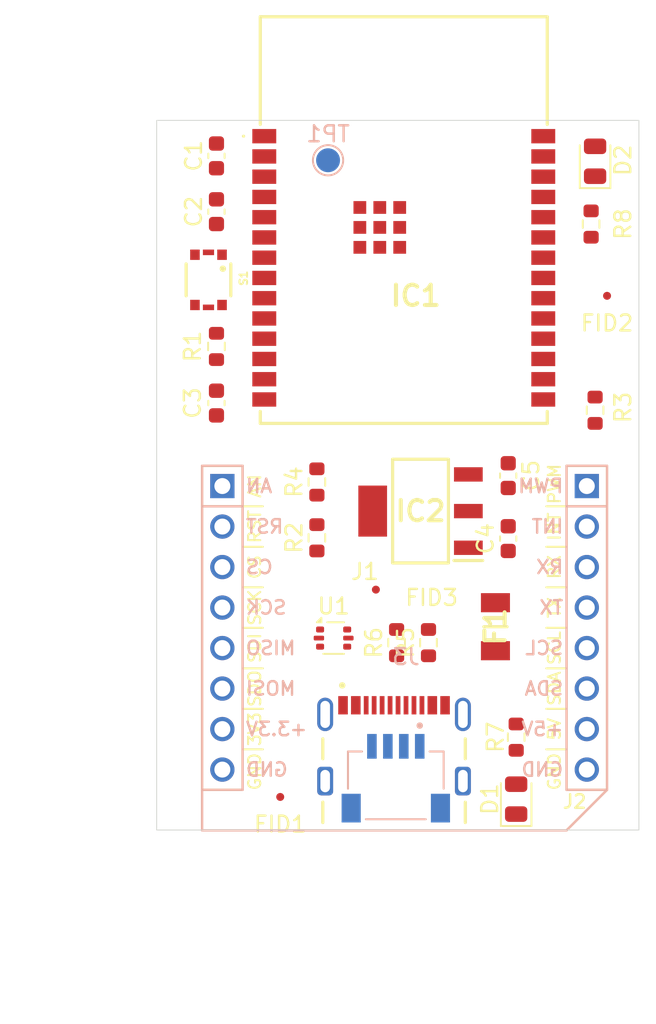
<source format=kicad_pcb>
(kicad_pcb (version 20240108) (generator "pcbnew") (generator_version "8.0")
  (title_block (title "ESP32C6MikroBus") (date "8/12/2024") (rev "v1.0") (company "(C) Tecnova BV"))
  (layers (0 "F.Cu" signal) (1 "In1.Cu" power) (2 "In2.Cu" mixed) (31 "B.Cu" signal) (34 "B.Paste" user) (35 "F.Paste" user) (36 "B.SilkS" user "B.Silkscreen") (37 "F.SilkS" user "F.Silkscreen") (38 "B.Mask" user) (39 "F.Mask" user) (44 "Edge.Cuts" user))
  (net 0 "")
  (net 1 "Net-(D1-A)")
  (net 2 "GND")
  (net 3 "Net-(D2-A)")
  (net 4 "/TXD")
  (net 5 "+5V")
  (net 6 "+VBUS")
  (net 7 "/BOOT_MODE")
  (net 8 "/JTAG_BOOT")
  (net 9 "/USB_D_PLUS")
  (net 10 "/USB_D_MIN")
  (net 11 "+3.3V")
  (net 12 "/nRESET")
  (net 13 "/RXD")
  (net 14 "/I2C_SDA")
  (net 15 "/I2C_SCL")
  (net 16 "+3V3")
  (net 17 "/MB_AN")
  (net 18 "/USB_D-")
  (net 19 "/USB_D+")
  (net 20 "Net-(J1-CC1)")
  (net 22 "Net-(J1-CC2)")
  (net 24 "/MB_RST")
  (net 25 "/MB_PWM")
  (net 26 "/MB_INT")
  (net 27 "/MB_MOSI")
  (net 28 "/MB_SCK")
  (net 29 "/MB_MISO")
  (net 30 "/MB_CS")
  (net 31 "/USR_LED")
  (net 32 "Net-(S1-Pad4)")
  (net 33 "Net-(IC2-IN)")
  (net 49 "Net-(J2-+5V)")
  (net 50 "Net-(R7-Pad1)")
  (net 51 "Net-(U1-VBUS)")
  (footprint "Capacitor_SMD:C_0603_1608Metric" (layer "F.Cu") (at 32.5 55.225 -90)
    (property "Reference" "C3" (at 0 1.5 90) (layer "F.SilkS"))
    (property "Value" "100n")
    (fp_line (start -0.14058 0.51) (end 0.14058 0.51) (stroke (width 0.12)) (layer "F.SilkS"))
    (fp_line (start -0.14058 -0.51) (end 0.14058 -0.51) (stroke (width 0.12)) (layer "F.SilkS"))
    (pad "1" smd roundrect (at -0.775 0 270) (size 0.9 0.95) (layers "F.Cu" "F.Paste" "F.Mask") (net 12 "/nRESET"))
    (pad "2" smd roundrect (at 0.775 0 270) (size 0.9 0.95) (layers "F.Cu" "F.Paste" "F.Mask") (net 2 "GND"))
  )
  (footprint "Capacitor_SMD:C_0603_1608Metric" (layer "F.Cu") (at 50.8 63.725 90)
    (property "Reference" "C4" (at 0 -1.43 90) (layer "F.SilkS"))
    (property "Value" "10uF")
    (fp_line (start -0.14058 -0.51) (end 0.14058 -0.51) (stroke (width 0.12)) (layer "F.SilkS"))
    (fp_line (start -0.14058 0.51) (end 0.14058 0.51) (stroke (width 0.12)) (layer "F.SilkS"))
    (pad "1" smd roundrect (at -0.775 0 90) (size 0.9 0.95) (layers "F.Cu" "F.Paste" "F.Mask") (net 11 "+3.3V"))
    (pad "2" smd roundrect (at 0.775 0 90) (size 0.9 0.95) (layers "F.Cu" "F.Paste" "F.Mask") (net 2 "GND"))
  )
  (footprint "Fiducial:Fiducial_0.5mm_Mask1.5mm" (layer "F.Cu") (at 57 48.5 180)
    (property "Reference" "FID2" (at 0 -1.7145 360) (layer "F.SilkS"))
    (property "Value" "Fiducial")
    (pad "" smd circle (at 0 0 180) (size 0.5 0.5) (layers "F.Cu" "F.Mask") (clearance 0.5))
  )
  (footprint "Resistor_SMD:R_0603_1608Metric" (layer "F.Cu") (at 51.3 76.175 -90)
    (property "Reference" "R7" (at 0 1.3 90) (layer "F.SilkS"))
    (property "Value" "68R")
    (fp_line (start -0.237258 0.5225) (end 0.237258 0.5225) (stroke (width 0.12)) (layer "F.SilkS"))
    (fp_line (start -0.237258 -0.5225) (end 0.237258 -0.5225) (stroke (width 0.12)) (layer "F.SilkS"))
    (pad "1" smd roundrect (at -0.825 0 270) (size 0.8 0.95) (layers "F.Cu" "F.Paste" "F.Mask") (net 50 "Net-(R7-Pad1)"))
    (pad "2" smd roundrect (at 0.825 0 270) (size 0.8 0.95) (layers "F.Cu" "F.Paste" "F.Mask") (net 1 "Net-(D1-A)"))
  )
  (footprint "Resistor_SMD:R_0603_1608Metric" (layer "F.Cu") (at 32.5 51.675 90)
    (property "Reference" "R1" (at 0 -1.5 90) (layer "F.SilkS"))
    (property "Value" "100K")
    (fp_line (start -0.237258 -0.5225) (end 0.237258 -0.5225) (stroke (width 0.12)) (layer "F.SilkS"))
    (fp_line (start -0.237258 0.5225) (end 0.237258 0.5225) (stroke (width 0.12)) (layer "F.SilkS"))
    (pad "1" smd roundrect (at -0.825 0 90) (size 0.8 0.95) (layers "F.Cu" "F.Paste" "F.Mask") (net 11 "+3.3V"))
    (pad "2" smd roundrect (at 0.825 0 90) (size 0.8 0.95) (layers "F.Cu" "F.Paste" "F.Mask") (net 12 "/nRESET"))
  )
  (footprint "Fiducial:Fiducial_0.5mm_Mask1.5mm" (layer "F.Cu") (at 36.5 79.925 180)
    (property "Reference" "FID1" (at 0 -1.7145 360) (layer "F.SilkS"))
    (property "Value" "Fiducial")
    (pad "" smd circle (at 0 0 180) (size 0.5 0.5) (layers "F.Cu" "F.Mask") (clearance 0.5))
  )
  (footprint "Resistor_SMD:R_0603_1608Metric" (layer "F.Cu") (at 56 44 90)
    (property "Reference" "R8" (at 0 2 90) (layer "F.SilkS"))
    (property "Value" "68r")
    (fp_line (start -0.237258 -0.5225) (end 0.237258 -0.5225) (stroke (width 0.12)) (layer "F.SilkS"))
    (fp_line (start -0.237258 0.5225) (end 0.237258 0.5225) (stroke (width 0.12)) (layer "F.SilkS"))
    (pad "1" smd roundrect (at -0.825 0 90) (size 0.8 0.95) (layers "F.Cu" "F.Paste" "F.Mask") (net 31 "/USR_LED"))
    (pad "2" smd roundrect (at 0.825 0 90) (size 0.8 0.95) (layers "F.Cu" "F.Paste" "F.Mask") (net 3 "Net-(D2-A)"))
  )
  (footprint "Capacitor_SMD:C_0603_1608Metric" (layer "F.Cu") (at 32.5 39.725 90)
    (property "Reference" "C1" (at 0 -1.43 90) (layer "F.SilkS"))
    (property "Value" "22uF")
    (fp_line (start -0.14058 -0.51) (end 0.14058 -0.51) (stroke (width 0.12)) (layer "F.SilkS"))
    (fp_line (start -0.14058 0.51) (end 0.14058 0.51) (stroke (width 0.12)) (layer "F.SilkS"))
    (pad "1" smd roundrect (at -0.775 0 90) (size 0.9 0.95) (layers "F.Cu" "F.Paste" "F.Mask") (net 11 "+3.3V"))
    (pad "2" smd roundrect (at 0.775 0 90) (size 0.9 0.95) (layers "F.Cu" "F.Paste" "F.Mask") (net 2 "GND"))
  )
  (footprint "Capacitor_SMD:C_0603_1608Metric" (layer "F.Cu") (at 32.5 43.225 90)
    (property "Reference" "C2" (at 0 -1.43 90) (layer "F.SilkS"))
    (property "Value" "100nF")
    (fp_line (start -0.14058 -0.51) (end 0.14058 -0.51) (stroke (width 0.12)) (layer "F.SilkS"))
    (fp_line (start -0.14058 0.51) (end 0.14058 0.51) (stroke (width 0.12)) (layer "F.SilkS"))
    (pad "1" smd roundrect (at -0.775 0 90) (size 0.9 0.95) (layers "F.Cu" "F.Paste" "F.Mask") (net 11 "+3.3V"))
    (pad "2" smd roundrect (at 0.775 0 90) (size 0.9 0.95) (layers "F.Cu" "F.Paste" "F.Mask") (net 2 "GND"))
  )
  (footprint "ESP32C6WROOM:ESP32C6WROOM1N4" (layer "F.Cu") (at 44.25 43.75)
    (property "Reference" "IC1" (at 0.75 4.75 0) (layer "F.SilkS") (effects (font (size 1.27 1.27) (thickness 0.254))))
    (property "Value" "ESP32-C6-WROOM-1-N4" (hide yes))
    (fp_line (start -10.1 -5.26) (end -10.1 -5.26) (stroke (width 0.1)) (layer "F.SilkS"))
    (fp_line (start -10 -5.26) (end -10 -5.26) (stroke (width 0.1)) (layer "F.SilkS"))
    (fp_line (start -9 -12.75) (end 9 -12.75) (stroke (width 0.2)) (layer "F.SilkS"))
    (fp_line (start -9 -6) (end -9 -12.75) (stroke (width 0.2)) (layer "F.SilkS"))
    (fp_line (start -9 12) (end -9 12.75) (stroke (width 0.2)) (layer "F.SilkS"))
    (fp_line (start -9 12.75) (end 9 12.75) (stroke (width 0.2)) (layer "F.SilkS"))
    (fp_line (start 9 -12.75) (end 9 -6) (stroke (width 0.2)) (layer "F.SilkS"))
    (fp_line (start 9 12.75) (end 9 12) (stroke (width 0.2)) (layer "F.SilkS"))
    (fp_arc (start -10.1 -5.26) (mid -10.05 -5.31) (end -10 -5.26) (stroke (width 0.1)) (layer "F.SilkS"))
    (fp_arc (start -10 -5.26) (mid -10.05 -5.21) (end -10.1 -5.26) (stroke (width 0.1)) (layer "F.SilkS"))
    (pad "1" smd rect (at -8.75 -5.26 90) (size 0.9 1.5) (layers "F.Cu" "F.Paste" "F.Mask") (net 2 "GND"))
    (pad "2" smd rect (at -8.75 -3.99 90) (size 0.9 1.5) (layers "F.Cu" "F.Paste" "F.Mask") (net 11 "+3.3V"))
    (pad "3" smd rect (at -8.75 -2.72 90) (size 0.9 1.5) (layers "F.Cu" "F.Paste" "F.Mask") (net 12 "/nRESET"))
    (pad "4" smd rect (at -8.75 -1.45 90) (size 0.9 1.5) (layers "F.Cu" "F.Paste" "F.Mask"))
    (pad "5" smd rect (at -8.75 -0.18 90) (size 0.9 1.5) (layers "F.Cu" "F.Paste" "F.Mask"))
    (pad "6" smd rect (at -8.75 1.09 90) (size 0.9 1.5) (layers "F.Cu" "F.Paste" "F.Mask") (net 14 "/I2C_SDA"))
    (pad "7" smd rect (at -8.75 2.36 90) (size 0.9 1.5) (layers "F.Cu" "F.Paste" "F.Mask") (net 15 "/I2C_SCL"))
    (pad "8" smd rect (at -8.75 3.63 90) (size 0.9 1.5) (layers "F.Cu" "F.Paste" "F.Mask") (net 17 "/MB_AN"))
    (pad "9" smd rect (at -8.75 4.9 90) (size 0.9 1.5) (layers "F.Cu" "F.Paste" "F.Mask"))
    (pad "10" smd rect (at -8.75 6.17 90) (size 0.9 1.5) (layers "F.Cu" "F.Paste" "F.Mask"))
    (pad "11" smd rect (at -8.75 7.44 90) (size 0.9 1.5) (layers "F.Cu" "F.Paste" "F.Mask"))
    (pad "12" smd rect (at -8.75 8.71 90) (size 0.9 1.5) (layers "F.Cu" "F.Paste" "F.Mask"))
    (pad "13" smd rect (at -8.75 9.98 90) (size 0.9 1.5) (layers "F.Cu" "F.Paste" "F.Mask") (net 10 "/USB_D_MIN"))
    (pad "14" smd rect (at -8.75 11.25 90) (size 0.9 1.5) (layers "F.Cu" "F.Paste" "F.Mask") (net 9 "/USB_D_PLUS"))
    (pad "15" smd rect (at 8.75 11.25 90) (size 0.9 1.5) (layers "F.Cu" "F.Paste" "F.Mask") (net 7 "/BOOT_MODE"))
    (pad "16" smd rect (at 8.75 9.98 90) (size 0.9 1.5) (layers "F.Cu" "F.Paste" "F.Mask"))
    (pad "17" smd rect (at 8.75 8.71 90) (size 0.9 1.5) (layers "F.Cu" "F.Paste" "F.Mask"))
    (pad "18" smd rect (at 8.75 7.44 90) (size 0.9 1.5) (layers "F.Cu" "F.Paste" "F.Mask"))
    (pad "19" smd rect (at 8.75 6.17 90) (size 0.9 1.5) (layers "F.Cu" "F.Paste" "F.Mask"))
    (pad "20" smd rect (at 8.75 4.9 90) (size 0.9 1.5) (layers "F.Cu" "F.Paste" "F.Mask"))
    (pad "21" smd rect (at 8.75 3.63 90) (size 0.9 1.5) (layers "F.Cu" "F.Paste" "F.Mask"))
    (pad "22" smd rect (at 8.75 2.36 90) (size 0.9 1.5) (layers "F.Cu" "F.Paste" "F.Mask"))
    (pad "23" smd rect (at 8.75 1.09 90) (size 0.9 1.5) (layers "F.Cu" "F.Paste" "F.Mask") (net 8 "/JTAG_BOOT"))
    (pad "24" smd rect (at 8.75 -0.18 90) (size 0.9 1.5) (layers "F.Cu" "F.Paste" "F.Mask") (net 13 "/RXD"))
    (pad "25" smd rect (at 8.75 -1.45 90) (size 0.9 1.5) (layers "F.Cu" "F.Paste" "F.Mask") (net 4 "/TXD"))
    (pad "26" smd rect (at 8.75 -2.72 90) (size 0.9 1.5) (layers "F.Cu" "F.Paste" "F.Mask"))
    (pad "27" smd rect (at 8.75 -3.99 90) (size 0.9 1.5) (layers "F.Cu" "F.Paste" "F.Mask"))
    (pad "28" smd rect (at 8.75 -5.26 90) (size 0.9 1.5) (layers "F.Cu" "F.Paste" "F.Mask") (net 2 "GND"))
    (pad "29" smd rect (at -1.505 0.46 90) (size 0.8 0.8) (layers "F.Cu" "F.Paste" "F.Mask") (net 2 "GND"))
    (pad "30" smd rect (at -1.505 -0.79 90) (size 0.8 0.8) (layers "F.Cu" "F.Paste" "F.Mask") (net 2 "GND"))
    (pad "31" smd rect (at -2.755 -0.79 90) (size 0.8 0.8) (layers "F.Cu" "F.Paste" "F.Mask") (net 2 "GND"))
    (pad "32" smd rect (at -2.755 0.46 90) (size 0.8 0.8) (layers "F.Cu" "F.Paste" "F.Mask") (net 2 "GND"))
    (pad "33" smd rect (at -2.755 1.71 90) (size 0.8 0.8) (layers "F.Cu" "F.Paste" "F.Mask") (net 2 "GND"))
    (pad "34" smd rect (at -1.505 1.71 90) (size 0.8 0.8) (layers "F.Cu" "F.Paste" "F.Mask") (net 2 "GND"))
    (pad "35" smd rect (at -0.255 1.71 90) (size 0.8 0.8) (layers "F.Cu" "F.Paste" "F.Mask") (net 2 "GND"))
    (pad "36" smd rect (at -0.255 0.46 90) (size 0.8 0.8) (layers "F.Cu" "F.Paste" "F.Mask") (net 2 "GND"))
    (pad "37" smd rect (at -0.255 -0.79 90) (size 0.8 0.8) (layers "F.Cu" "F.Paste" "F.Mask") (net 2 "GND"))
  )
  (footprint "Fiducial:Fiducial_0.5mm_Mask1.5mm" (layer "F.Cu") (at 42.5 66.925 180)
    (property "Reference" "FID3" (at -3.5 -0.5 360) (layer "F.SilkS"))
    (property "Value" "Fiducial")
    (pad "" smd circle (at 0 0 180) (size 0.5 0.5) (layers "F.Cu" "F.Mask") (clearance 0.5))
  )
  (footprint "tecnova:CON_HDR_MIKROBUS_SOCKET_TH" (layer "F.Cu") (at 44.3 69.32)
    (property "Reference" "J2" (at 10.668 10.8966 180) (layer "F.SilkS") (effects (font (size 0.85 0.85))))
    (property "Value" "CON_HDR_MIKROBUS_SOCKET_TH")
    (fp_line (start -12.7 -10.16) (end -12.7 10.16) (stroke (width 0.15)) (layer "B.SilkS"))
    (fp_line (start -12.7 12.7) (end -12.7 10.16) (stroke (width 0.15)) (layer "B.SilkS"))
    (fp_line (start -10.16 -10.16) (end -12.7 -10.16) (stroke (width 0.15)) (layer "B.SilkS"))
    (fp_line (start -10.16 -10.16) (end -10.16 10.16) (stroke (width 0.15)) (layer "B.SilkS"))
    (fp_line (start -10.16 -7.62) (end -12.7 -7.62) (stroke (width 0.15)) (layer "B.SilkS"))
    (fp_line (start -10.16 10.16) (end -12.7 10.16) (stroke (width 0.15)) (layer "B.SilkS"))
    (fp_line (start 10.16 -10.16) (end 10.16 10.16) (stroke (width 0.15)) (layer "B.SilkS"))
    (fp_line (start 10.16 12.7) (end -12.7 12.7) (stroke (width 0.15)) (layer "B.SilkS"))
    (fp_line (start 12.7 -10.16) (end 10.16 -10.16) (stroke (width 0.15)) (layer "B.SilkS"))
    (fp_line (start 12.7 -10.16) (end 12.7 10.16) (stroke (width 0.15)) (layer "B.SilkS"))
    (fp_line (start 12.7 -7.62) (end 10.16 -7.62) (stroke (width 0.15)) (layer "B.SilkS"))
    (fp_line (start 12.7 10.16) (end 10.16 10.16) (stroke (width 0.15)) (layer "B.SilkS"))
    (fp_line (start 12.7 10.16) (end 10.16 12.7) (stroke (width 0.15)) (layer "B.SilkS"))
    (fp_line (start -12.7 -10.16) (end -12.7 10.16) (stroke (width 0.15)) (layer "F.SilkS"))
    (fp_line (start -12.7 -10.16) (end -10.16 -10.16) (stroke (width 0.15)) (layer "F.SilkS"))
    (fp_line (start -12.7 -7.62) (end -10.16 -7.62) (stroke (width 0.15)) (layer "F.SilkS"))
    (fp_line (start -12.7 10.16) (end -10.16 10.16) (stroke (width 0.15)) (layer "F.SilkS"))
    (fp_line (start -10.16 -10.16) (end -10.16 10.16) (stroke (width 0.15)) (layer "F.SilkS"))
    (fp_line (start -10.16 -7.62) (end -8.89 -7.62) (stroke (width 0.127)) (layer "F.SilkS"))
    (fp_line (start -10.16 -5.08) (end -8.89 -5.08) (stroke (width 0.127)) (layer "F.SilkS"))
    (fp_line (start -10.16 -2.54) (end -8.89 -2.54) (stroke (width 0.127)) (layer "F.SilkS"))
    (fp_line (start -10.16 0) (end -8.89 0) (stroke (width 0.127)) (layer "F.SilkS"))
    (fp_line (start -10.16 2.54) (end -8.89 2.54) (stroke (width 0.127)) (layer "F.SilkS"))
    (fp_line (start -10.16 5.08) (end -8.89 5.08) (stroke (width 0.127)) (layer "F.SilkS"))
    (fp_line (start -10.16 7.62) (end -8.89 7.62) (stroke (width 0.127)) (layer "F.SilkS"))
    (fp_line (start 8.89 -7.62) (end 10.16 -7.62) (stroke (width 0.127)) (layer "F.SilkS"))
    (fp_line (start 8.89 -5.08) (end 10.16 -5.08) (stroke (width 0.127)) (layer "F.SilkS"))
    (fp_line (start 8.89 -2.54) (end 10.16 -2.54) (stroke (width 0.127)) (layer "F.SilkS"))
    (fp_line (start 8.89 0) (end 10.16 0) (stroke (width 0.127)) (layer "F.SilkS"))
    (fp_line (start 8.89 2.54) (end 10.16 2.54) (stroke (width 0.127)) (layer "F.SilkS"))
    (fp_line (start 8.89 5.08) (end 10.16 5.08) (stroke (width 0.127)) (layer "F.SilkS"))
    (fp_line (start 8.89 7.62) (end 10.16 7.62) (stroke (width 0.127)) (layer "F.SilkS"))
    (fp_line (start 10.16 -10.16) (end 10.16 10.16) (stroke (width 0.15)) (layer "F.SilkS"))
    (fp_line (start 10.16 -10.16) (end 12.7 -10.16) (stroke (width 0.15)) (layer "F.SilkS"))
    (fp_line (start 10.16 -7.62) (end 12.7 -7.62) (stroke (width 0.15)) (layer "F.SilkS"))
    (fp_line (start 10.16 10.16) (end 12.7 10.16) (stroke (width 0.15)) (layer "F.SilkS"))
    (fp_line (start 12.7 -10.16) (end 12.7 10.16) (stroke (width 0.15)) (layer "F.SilkS"))
    (fp_line (start 12.7 10.16) (end 10.16 12.7) (stroke (width 0.15)) (layer "F.SilkS"))
    (fp_text user "+3.3V" (at -10.033 6.35 0) (layer "B.SilkS") (effects (font (size 0.85 0.85)) (justify right mirror)))
    (fp_text user "SCK" (at -10.033 -1.27 0) (layer "B.SilkS") (effects (font (size 0.85 0.85)) (justify right mirror)))
    (fp_text user "RX" (at 10.033 -3.81 0) (layer "B.SilkS") (effects (font (size 0.85 0.85)) (justify left mirror)))
    (fp_text user "CS" (at -10.033 -3.81 0) (layer "B.SilkS") (effects (font (size 0.85 0.85)) (justify right mirror)))
    (fp_text user "GND" (at -10.033 8.89 0) (layer "B.SilkS") (effects (font (size 0.85 0.85)) (justify right mirror)))
    (fp_text user "AN" (at -10.033 -8.89 0) (layer "B.SilkS") (effects (font (size 0.85 0.85)) (justify right mirror)))
    (fp_text user "SCL" (at 10.033 1.27 0) (layer "B.SilkS") (effects (font (size 0.85 0.85)) (justify left mirror)))
    (fp_text user "TX" (at 10.033 -1.27 0) (layer "B.SilkS") (effects (font (size 0.85 0.85)) (justify left mirror)))
    (fp_text user "INT" (at 10.033 -6.35 0) (layer "B.SilkS") (effects (font (size 0.85 0.85)) (justify left mirror)))
    (fp_text user "+5V" (at 10.033 6.35 0) (layer "B.SilkS") (effects (font (size 0.85 0.85)) (justify left mirror)))
    (fp_text user "SDA" (at 10.033 3.81 0) (layer "B.SilkS") (effects (font (size 0.85 0.85)) (justify left mirror)))
    (fp_text user "RST" (at -10.033 -6.35 0) (layer "B.SilkS") (effects (font (size 0.85 0.85)) (justify right mirror)))
    (fp_text user "GND" (at 10.033 8.89 0) (layer "B.SilkS") (effects (font (size 0.85 0.85)) (justify left mirror)))
    (fp_text user "MOSI" (at -10.033 3.81 0) (layer "B.SilkS") (effects (font (size 0.85 0.85)) (justify right mirror)))
    (fp_text user "MISO" (at -10.033 1.27 0) (layer "B.SilkS") (effects (font (size 0.85 0.85)) (justify right mirror)))
    (fp_text user "PWM" (at 10.033 -8.89 0) (layer "B.SilkS") (effects (font (size 0.85 0.85)) (justify left mirror)))
    (fp_text user "TX" (at 9.398 -1.27 90) (layer "F.SilkS") (effects (font (size 0.762 0.762) (thickness 0.127))))
    (fp_text user "SCL" (at 9.398 1.27 90) (layer "F.SilkS") (effects (font (size 0.762 0.762) (thickness 0.127))))
    (fp_text user "GND" (at 9.398 9.017 90) (layer "F.SilkS") (effects (font (size 0.762 0.762) (thickness 0.127))))
    (fp_text user "SDI" (at -9.398 1.27 90) (layer "F.SilkS") (effects (font (size 0.762 0.762) (thickness 0.127))))
    (fp_text user "SDO" (at -9.398 3.81 90) (layer "F.SilkS") (effects (font (size 0.762 0.762) (thickness 0.127))))
    (fp_text user "CS" (at -9.398 -3.81 90) (layer "F.SilkS") (effects (font (size 0.762 0.762) (thickness 0.127))))
    (fp_text user "3V3" (at -9.398 6.35 90) (layer "F.SilkS") (effects (font (size 0.762 0.762) (thickness 0.127))))
    (fp_text user "RST" (at -9.398 -6.35 90) (layer "F.SilkS") (effects (font (size 0.762 0.762) (thickness 0.127))))
    (fp_text user "AN" (at -9.398 -8.89 90) (layer "F.SilkS") (effects (font (size 0.762 0.762) (thickness 0.127))))
    (fp_text user "GND" (at -9.398 9.017 90) (layer "F.SilkS") (effects (font (size 0.762 0.762) (thickness 0.127))))
    (fp_text user "SCK" (at -9.398 -1.27 90) (layer "F.SilkS") (effects (font (size 0.762 0.762) (thickness 0.127))))
    (fp_text user "SDA" (at 9.398 3.81 90) (layer "F.SilkS") (effects (font (size 0.762 0.762) (thickness 0.127))))
    (fp_text user "INT" (at 9.398 -6.35 90) (layer "F.SilkS") (effects (font (size 0.762 0.762) (thickness 0.127))))
    (fp_text user "5V" (at 9.398 6.35 90) (layer "F.SilkS") (effects (font (size 0.762 0.762) (thickness 0.127))))
    (fp_text user "PWM" (at 9.398 -9.017 90) (layer "F.SilkS") (effects (font (size 0.762 0.762) (thickness 0.127))))
    (fp_text user "RX" (at 9.398 -3.81 90) (layer "F.SilkS") (effects (font (size 0.762 0.762) (thickness 0.127))))
    (pad "1" thru_hole rect (at -11.43 -8.89) (size 1.524 1.524) (drill 1) (layers "*.Cu" "*.Mask") (net 17 "/MB_AN"))
    (pad "2" thru_hole circle (at -11.43 -6.35) (size 1.524 1.524) (drill 1) (layers "*.Cu" "*.Mask") (net 24 "/MB_RST"))
    (pad "3" thru_hole circle (at -11.43 -3.81) (size 1.524 1.524) (drill 1) (layers "*.Cu" "*.Mask") (net 30 "/MB_CS"))
    (pad "4" thru_hole circle (at -11.43 -1.27) (size 1.524 1.524) (drill 1) (layers "*.Cu" "*.Mask") (net 28 "/MB_SCK"))
    (pad "5" thru_hole circle (at -11.43 1.27) (size 1.524 1.524) (drill 1) (layers "*.Cu" "*.Mask") (net 29 "/MB_MISO"))
    (pad "6" thru_hole circle (at -11.43 3.81) (size 1.524 1.524) (drill 1) (layers "*.Cu" "*.Mask") (net 27 "/MB_MOSI"))
    (pad "7" thru_hole circle (at -11.43 6.35) (size 1.524 1.524) (drill 1) (layers "*.Cu" "*.Mask") (net 11 "+3.3V"))
    (pad "8" thru_hole circle (at -11.43 8.89) (size 1.524 1.524) (drill 1) (layers "*.Cu" "*.Mask") (net 2 "GND"))
    (pad "9" thru_hole rect (at 11.43 -8.89) (size 1.524 1.524) (drill 1) (layers "*.Cu" "*.Mask") (net 25 "/MB_PWM"))
    (pad "10" thru_hole circle (at 11.43 -6.35) (size 1.524 1.524) (drill 1) (layers "*.Cu" "*.Mask") (net 26 "/MB_INT"))
    (pad "11" thru_hole circle (at 11.43 -3.81) (size 1.524 1.524) (drill 1) (layers "*.Cu" "*.Mask") (net 13 "/RXD"))
    (pad "12" thru_hole circle (at 11.43 -1.27) (size 1.524 1.524) (drill 1) (layers "*.Cu" "*.Mask") (net 4 "/TXD"))
    (pad "13" thru_hole circle (at 11.43 1.27) (size 1.524 1.524) (drill 1) (layers "*.Cu" "*.Mask") (net 15 "/I2C_SCL"))
    (pad "14" thru_hole circle (at 11.43 3.81) (size 1.524 1.524) (drill 1) (layers "*.Cu" "*.Mask") (net 14 "/I2C_SDA"))
    (pad "15" thru_hole circle (at 11.43 6.35) (size 1.524 1.524) (drill 1) (layers "*.Cu" "*.Mask") (net 49 "Net-(J2-+5V)"))
    (pad "16" thru_hole circle (at 11.43 8.89) (size 1.524 1.524) (drill 1) (layers "*.Cu" "*.Mask") (net 2 "GND"))
  )
  (footprint "Package_TO_SOT_SMD:SOT-666" (layer "F.Cu") (at 39.85 69.9625)
    (property "Reference" "U1" (at 0 -2 0) (layer "F.SilkS"))
    (property "Value" "USBLC6-2P6")
    (fp_line (start 0.65 -0.99) (end -0.4 -0.99) (stroke (width 0.12)) (layer "F.SilkS"))
    (fp_line (start 0.65 0.99) (end -0.65 0.99) (stroke (width 0.12)) (layer "F.SilkS"))
    (fp_poly (pts (xy -0.77 -0.99) (xy -1.05 -0.99) (xy -0.77 -1.27) (xy -0.77 -0.99)) (stroke (width 0.12)) (fill solid) (layer "F.SilkS"))
    (pad "1" smd roundrect (at -0.85 -0.5375) (size 0.5 0.375) (layers "F.Cu" "F.Paste" "F.Mask") (net 18 "/USB_D-"))
    (pad "2" smd roundrect (at -0.925 0) (size 0.65 0.3) (layers "F.Cu" "F.Paste" "F.Mask") (net 2 "GND"))
    (pad "3" smd roundrect (at -0.85 0.5375) (size 0.5 0.375) (layers "F.Cu" "F.Paste" "F.Mask") (net 19 "/USB_D+"))
    (pad "4" smd roundrect (at 0.85 0.5375) (size 0.5 0.375) (layers "F.Cu" "F.Paste" "F.Mask") (net 9 "/USB_D_PLUS"))
    (pad "5" smd roundrect (at 0.925 0) (size 0.65 0.3) (layers "F.Cu" "F.Paste" "F.Mask") (net 51 "Net-(U1-VBUS)"))
    (pad "6" smd roundrect (at 0.85 -0.5375) (size 0.5 0.375) (layers "F.Cu" "F.Paste" "F.Mask") (net 10 "/USB_D_MIN"))
  )
  (footprint "AP7361C-33ER-13:SOT230P700X180-4N" (layer "F.Cu") (at 45.3 62 180)
    (property "Reference" "IC2" (at 0 0 0) (layer "F.SilkS") (effects (font (size 1.27 1.27) (thickness 0.254))))
    (property "Value" "AP7361C-33ER-13" (hide yes))
    (fp_line (start 1.75 3.25) (end -1.75 3.25) (stroke (width 0.2)) (layer "F.SilkS"))
    (fp_line (start 1.75 -3.25) (end 1.75 3.25) (stroke (width 0.2)) (layer "F.SilkS"))
    (fp_line (start -1.75 3.25) (end -1.75 -3.25) (stroke (width 0.2)) (layer "F.SilkS"))
    (fp_line (start -1.75 -3.25) (end 1.75 -3.25) (stroke (width 0.2)) (layer "F.SilkS"))
    (fp_line (start -3.9 -3.1) (end -2.1 -3.1) (stroke (width 0.2)) (layer "F.SilkS"))
    (pad "1" smd rect (at -3 -2.3 270) (size 0.9 1.8) (layers "F.Cu" "F.Paste" "F.Mask") (net 2 "GND"))
    (pad "2" smd rect (at -3 0 270) (size 0.9 1.8) (layers "F.Cu" "F.Paste" "F.Mask") (net 11 "+3.3V"))
    (pad "3" smd rect (at -3 2.3 270) (size 0.9 1.8) (layers "F.Cu" "F.Paste" "F.Mask") (net 33 "Net-(IC2-IN)"))
    (pad "4" smd rect (at 3 0 180) (size 1.8 3.2) (layers "F.Cu" "F.Paste" "F.Mask") (net 11 "+3.3V"))
  )
  (footprint "Capacitor_SMD:C_0603_1608Metric" (layer "F.Cu") (at 50.8 59.775 -90)
    (property "Reference" "C5" (at 0 -1.43 90) (layer "F.SilkS"))
    (property "Value" "1uF")
    (fp_line (start -0.14058 0.51) (end 0.14058 0.51) (stroke (width 0.12)) (layer "F.SilkS"))
    (fp_line (start -0.14058 -0.51) (end 0.14058 -0.51) (stroke (width 0.12)) (layer "F.SilkS"))
    (pad "1" smd roundrect (at -0.775 0 270) (size 0.9 0.95) (layers "F.Cu" "F.Paste" "F.Mask") (net 33 "Net-(IC2-IN)"))
    (pad "2" smd roundrect (at 0.775 0 270) (size 0.9 0.95) (layers "F.Cu" "F.Paste" "F.Mask") (net 2 "GND"))
  )
  (footprint "USB4105GFA120:GCT_USB4105GFA120" (layer "F.Cu") (at 43.64 78.93)
    (property "Reference" "J1" (at -1.825 -13.135 0) (layer "F.SilkS"))
    (property "Value" "USB4105GFA120")
    (fp_line (start -4.47 -2.65) (end -4.47 -1.4) (stroke (width 0.2)) (layer "F.SilkS"))
    (fp_line (start -4.47 1.32) (end -4.47 2.6) (stroke (width 0.2)) (layer "F.SilkS"))
    (fp_line (start 4.47 -2.65) (end 4.47 -1.4) (stroke (width 0.2)) (layer "F.SilkS"))
    (fp_line (start 4.47 2.6) (end 4.47 1.32) (stroke (width 0.2)) (layer "F.SilkS"))
    (fp_circle (center -3.25 -6) (end -3.15 -6) (stroke (width 0.2)) (fill none) (layer "F.SilkS"))
    (pad "" np_thru_hole circle (at -2.89 -3.68) (size 0.65 0.65) (drill 0.65) (layers "*.Cu" "*.Mask"))
    (pad "" np_thru_hole circle (at 2.89 -3.68) (size 0.65 0.65) (drill 0.65) (layers "*.Cu" "*.Mask"))
    (pad "A1_B12" smd rect (at -3.2 -4.755) (size 0.6 1.15) (layers "F.Cu" "F.Paste" "F.Mask") (net 2 "GND"))
    (pad "A4_B9" smd rect (at -2.4 -4.755) (size 0.6 1.15) (layers "F.Cu" "F.Paste" "F.Mask") (net 6 "+VBUS"))
    (pad "A5" smd rect (at -1.25 -4.755) (size 0.3 1.15) (layers "F.Cu" "F.Paste" "F.Mask") (net 20 "Net-(J1-CC1)"))
    (pad "A6" smd rect (at -0.25 -4.755) (size 0.3 1.15) (layers "F.Cu" "F.Paste" "F.Mask") (net 19 "/USB_D+"))
    (pad "A7" smd rect (at 0.25 -4.755) (size 0.3 1.15) (layers "F.Cu" "F.Paste" "F.Mask") (net 18 "/USB_D-"))
    (pad "A8" smd rect (at 1.25 -4.755) (size 0.3 1.15) (layers "F.Cu" "F.Paste" "F.Mask"))
    (pad "B1_A12" smd rect (at 3.2 -4.755) (size 0.6 1.15) (layers "F.Cu" "F.Paste" "F.Mask") (net 2 "GND"))
    (pad "B4_A9" smd rect (at 2.4 -4.755) (size 0.6 1.15) (layers "F.Cu" "F.Paste" "F.Mask") (net 6 "+VBUS"))
    (pad "B5" smd rect (at 1.75 -4.755) (size 0.3 1.15) (layers "F.Cu" "F.Paste" "F.Mask") (net 22 "Net-(J1-CC2)"))
    (pad "B6" smd rect (at 0.75 -4.755) (size 0.3 1.15) (layers "F.Cu" "F.Paste" "F.Mask") (net 19 "/USB_D+"))
    (pad "B7" smd rect (at -0.75 -4.755) (size 0.3 1.15) (layers "F.Cu" "F.Paste" "F.Mask") (net 18 "/USB_D-"))
    (pad "B8" smd rect (at -1.75 -4.755) (size 0.3 1.15) (layers "F.Cu" "F.Paste" "F.Mask"))
    (pad "SH1" thru_hole oval (at -4.32 -4.18) (size 1 2.1) (drill oval 0.6 1.7) (layers "*.Cu" "*.Mask") (net 2 "GND"))
    (pad "SH2" thru_hole oval (at 4.32 -4.18) (size 1 2.1) (drill oval 0.6 1.7) (layers "*.Cu" "*.Mask") (net 2 "GND"))
    (pad "SH3" thru_hole roundrect (at -4.32 0) (size 1 1.8) (drill oval 0.6 1.4) (layers "*.Cu" "*.Mask") (net 2 "GND"))
    (pad "SH4" thru_hole roundrect (at 4.32 0) (size 1 1.8) (drill oval 0.6 1.4) (layers "*.Cu" "*.Mask") (net 2 "GND"))
  )
  (footprint "Resistor_SMD:R_0603_1608Metric" (layer "F.Cu") (at 56.25 55.675 90)
    (property "Reference" "R3" (at 0.175 1.75 90) (layer "F.SilkS"))
    (property "Value" "100K")
    (fp_line (start -0.237258 -0.5225) (end 0.237258 -0.5225) (stroke (width 0.12)) (layer "F.SilkS"))
    (fp_line (start -0.237258 0.5225) (end 0.237258 0.5225) (stroke (width 0.12)) (layer "F.SilkS"))
    (pad "1" smd roundrect (at -0.825 0 90) (size 0.8 0.95) (layers "F.Cu" "F.Paste" "F.Mask") (net 16 "+3V3"))
    (pad "2" smd roundrect (at 0.825 0 90) (size 0.8 0.95) (layers "F.Cu" "F.Paste" "F.Mask") (net 7 "/BOOT_MODE"))
  )
  (footprint "LED_SMD:LED_0805_2012Metric" (layer "F.Cu") (at 56.25 40.0625 90)
    (property "Reference" "D2" (at 0.0625 1.75 90) (layer "F.SilkS"))
    (property "Value" "BL")
    (fp_line (start 1 -0.96) (end -1.685 -0.96) (stroke (width 0.12)) (layer "F.SilkS"))
    (fp_line (start -1.685 -0.96) (end -1.685 0.96) (stroke (width 0.12)) (layer "F.SilkS"))
    (fp_line (start -1.685 0.96) (end 1 0.96) (stroke (width 0.12)) (layer "F.SilkS"))
    (pad "1" smd roundrect (at -0.9375 0 90) (size 0.975 1.4) (layers "F.Cu" "F.Paste" "F.Mask") (net 2 "GND"))
    (pad "2" smd roundrect (at 0.9375 0 90) (size 0.975 1.4) (layers "F.Cu" "F.Paste" "F.Mask") (net 3 "Net-(D2-A)"))
  )
  (footprint "Resistor_SMD:R_0603_1608Metric" (layer "F.Cu") (at 43.8 70.25 90)
    (property "Reference" "R6" (at 0 -1.43 90) (layer "F.SilkS"))
    (property "Value" "5.1K 1%")
    (fp_line (start -0.237258 -0.5225) (end 0.237258 -0.5225) (stroke (width 0.12)) (layer "F.SilkS"))
    (fp_line (start -0.237258 0.5225) (end 0.237258 0.5225) (stroke (width 0.12)) (layer "F.SilkS"))
    (pad "1" smd roundrect (at -0.825 0 90) (size 0.8 0.95) (layers "F.Cu" "F.Paste" "F.Mask") (net 22 "Net-(J1-CC2)"))
    (pad "2" smd roundrect (at 0.825 0 90) (size 0.8 0.95) (layers "F.Cu" "F.Paste" "F.Mask") (net 2 "GND"))
  )
  (footprint "Resistor_SMD:R_0603_1608Metric" (layer "F.Cu") (at 38.8 63.675 90)
    (property "Reference" "R2" (at 0 -1.43 90) (layer "F.SilkS"))
    (property "Value" "2K2")
    (fp_line (start -0.237258 -0.5225) (end 0.237258 -0.5225) (stroke (width 0.12)) (layer "F.SilkS"))
    (fp_line (start -0.237258 0.5225) (end 0.237258 0.5225) (stroke (width 0.12)) (layer "F.SilkS"))
    (pad "1" smd roundrect (at -0.825 0 90) (size 0.8 0.95) (layers "F.Cu" "F.Paste" "F.Mask") (net 11 "+3.3V"))
    (pad "2" smd roundrect (at 0.825 0 90) (size 0.8 0.95) (layers "F.Cu" "F.Paste" "F.Mask") (net 14 "/I2C_SDA"))
  )
  (footprint "0ZCJ0100FF2E:FUSC3216X100N" (layer "F.Cu") (at 50 69.25 90)
    (property "Reference" "F1" (at 0 0 90) (layer "F.SilkS") (effects (font (size 1.27 1.27) (thickness 0.254))))
    (property "Value" "Polyfuse 2A" (hide yes))
    (fp_line (start 0 -0.725) (end 0 0.725) (stroke (width 0.2)) (layer "F.SilkS"))
    (pad "1" smd rect (at -1.505 0 90) (size 1.2 1.82) (layers "F.Cu" "F.Paste" "F.Mask") (net 6 "+VBUS"))
    (pad "2" smd rect (at 1.505 0 90) (size 1.2 1.82) (layers "F.Cu" "F.Paste" "F.Mask") (net 5 "+5V"))
  )
  (footprint "Resistor_SMD:R_0603_1608Metric" (layer "F.Cu") (at 38.8 60.175 90)
    (property "Reference" "R4" (at 0 -1.43 90) (layer "F.SilkS"))
    (property "Value" "2K2")
    (fp_line (start -0.237258 -0.5225) (end 0.237258 -0.5225) (stroke (width 0.12)) (layer "F.SilkS"))
    (fp_line (start -0.237258 0.5225) (end 0.237258 0.5225) (stroke (width 0.12)) (layer "F.SilkS"))
    (pad "1" smd roundrect (at -0.825 0 90) (size 0.8 0.95) (layers "F.Cu" "F.Paste" "F.Mask") (net 11 "+3.3V"))
    (pad "2" smd roundrect (at 0.825 0 90) (size 0.8 0.95) (layers "F.Cu" "F.Paste" "F.Mask") (net 15 "/I2C_SCL"))
  )
  (footprint "435171014816:435171014816" (layer "F.Cu") (at 32 47.5 -90)
    (property "Reference" "S1" (at -0.1 -2.2048 90) (layer "F.SilkS") (effects (font (size 0.48 0.48) (thickness 0.12))))
    (property "Value" "435171014816")
    (property "VALUE" "435171014816" (hide yes))
    (fp_line (start -1 1.4) (end 1 1.4) (stroke (width 0.2)) (layer "F.SilkS"))
    (fp_line (start -1 -1.4) (end 1 -1.4) (stroke (width 0.2)) (layer "F.SilkS"))
    (fp_circle (center -0.7 -0.9) (end -0.6 -0.9) (stroke (width 0.2)) (fill none) (layer "F.SilkS"))
    (pad "1" smd rect (at -1.575 -0.85 270) (size 0.65 0.6) (layers "F.Cu" "F.Paste" "F.Mask") (net 12 "/nRESET"))
    (pad "2" smd rect (at 1.575 -0.85 270) (size 0.65 0.6) (layers "F.Cu" "F.Paste" "F.Mask") (net 12 "/nRESET"))
    (pad "3" smd rect (at -1.575 0.85 270) (size 0.65 0.6) (layers "F.Cu" "F.Paste" "F.Mask") (net 2 "GND"))
    (pad "4" smd rect (at 1.575 0.85 270) (size 0.65 0.6) (layers "F.Cu" "F.Paste" "F.Mask") (net 32 "Net-(S1-Pad4)"))
    (pad "5" smd rect (at -1.725 0 270) (size 0.35 0.7) (layers "F.Cu" "F.Paste" "F.Mask") (net 2 "GND"))
    (pad "6" smd rect (at 1.725 0 270) (size 0.35 0.7) (layers "F.Cu" "F.Paste" "F.Mask") (net 32 "Net-(S1-Pad4)"))
  )
  (footprint "Resistor_SMD:R_0603_1608Metric" (layer "F.Cu") (at 45.8 70.25 90)
    (property "Reference" "R5" (at 0 -1.43 90) (layer "F.SilkS"))
    (property "Value" "5.1K 1%")
    (fp_line (start -0.237258 -0.5225) (end 0.237258 -0.5225) (stroke (width 0.12)) (layer "F.SilkS"))
    (fp_line (start -0.237258 0.5225) (end 0.237258 0.5225) (stroke (width 0.12)) (layer "F.SilkS"))
    (pad "1" smd roundrect (at -0.825 0 90) (size 0.8 0.95) (layers "F.Cu" "F.Paste" "F.Mask") (net 20 "Net-(J1-CC1)"))
    (pad "2" smd roundrect (at 0.825 0 90) (size 0.8 0.95) (layers "F.Cu" "F.Paste" "F.Mask") (net 2 "GND"))
  )
  (footprint "LED_SMD:LED_0805_2012Metric" (layer "F.Cu") (at 51.3 80.0625 90)
    (property "Reference" "D1" (at 0 -1.65 90) (layer "F.SilkS"))
    (property "Value" "RD")
    (fp_line (start 1 -0.96) (end -1.685 -0.96) (stroke (width 0.12)) (layer "F.SilkS"))
    (fp_line (start -1.685 -0.96) (end -1.685 0.96) (stroke (width 0.12)) (layer "F.SilkS"))
    (fp_line (start -1.685 0.96) (end 1 0.96) (stroke (width 0.12)) (layer "F.SilkS"))
    (pad "1" smd roundrect (at -0.9375 0 90) (size 0.975 1.4) (layers "F.Cu" "F.Paste" "F.Mask") (net 2 "GND"))
    (pad "2" smd roundrect (at 0.9375 0 90) (size 0.975 1.4) (layers "F.Cu" "F.Paste" "F.Mask") (net 1 "Net-(D1-A)"))
  )
  (footprint "PRT-14417:SPARKFUN_PRT-14417" (layer "B.Cu") (at 43.75 79.2 180)
    (property "Reference" "J3" (at -0.635 8.06 0) (layer "B.SilkS") (effects (justify mirror)))
    (property "Value" "Qwiic")
    (fp_line (start 3 2.125) (end 2.12 2.125) (stroke (width 0.127)) (layer "B.SilkS"))
    (fp_line (start 3 -0.205) (end 3 2.125) (stroke (width 0.127)) (layer "B.SilkS"))
    (fp_line (start 1.88 -2.125) (end -1.88 -2.125) (stroke (width 0.127)) (layer "B.SilkS"))
    (fp_line (start -2.12 2.125) (end -3 2.125) (stroke (width 0.127)) (layer "B.SilkS"))
    (fp_line (start -3 2.125) (end -3 -0.205) (stroke (width 0.127)) (layer "B.SilkS"))
    (fp_circle (center -1.5 3.75) (end -1.4 3.75) (stroke (width 0.2)) (fill none) (layer "B.SilkS"))
    (pad "1" smd rect (at -1.5 2.45 180) (size 0.6 1.55) (layers "B.Cu" "B.Paste" "B.Mask") (net 15 "/I2C_SCL"))
    (pad "2" smd rect (at -0.5 2.45 180) (size 0.6 1.55) (layers "B.Cu" "B.Paste" "B.Mask") (net 14 "/I2C_SDA"))
    (pad "3" smd rect (at 0.5 2.45 180) (size 0.6 1.55) (layers "B.Cu" "B.Paste" "B.Mask") (net 11 "+3.3V"))
    (pad "4" smd rect (at 1.5 2.45 180) (size 0.6 1.55) (layers "B.Cu" "B.Paste" "B.Mask") (net 2 "GND"))
    (pad "S1" smd rect (at -2.8 -1.425 180) (size 1.2 1.8) (layers "B.Cu" "B.Paste" "B.Mask"))
    (pad "S2" smd rect (at 2.8 -1.425 180) (size 1.2 1.8) (layers "B.Cu" "B.Paste" "B.Mask"))
  )
  (footprint "TestPoint:TestPoint_Pad_D1.5mm" (layer "B.Cu") (at 39.5 40 180)
    (property "Reference" "TP1" (at 0 1.648 0) (layer "B.SilkS") (effects (justify mirror)))
    (property "Value" "JTAG_BOOT")
    (fp_circle (center 0 0) (end 0 -0.95) (stroke (width 0.12)) (fill none) (layer "B.SilkS"))
    (pad "1" smd circle (at 0 0 180) (size 1.5 1.5) (layers "B.Cu" "B.Mask") (net 8 "/JTAG_BOOT"))
  )
  (gr_rect (start 28.75 37.5) (end 59 82) (stroke (width 0.05)) (fill none) (layer "Edge.Cuts"))
)
</source>
